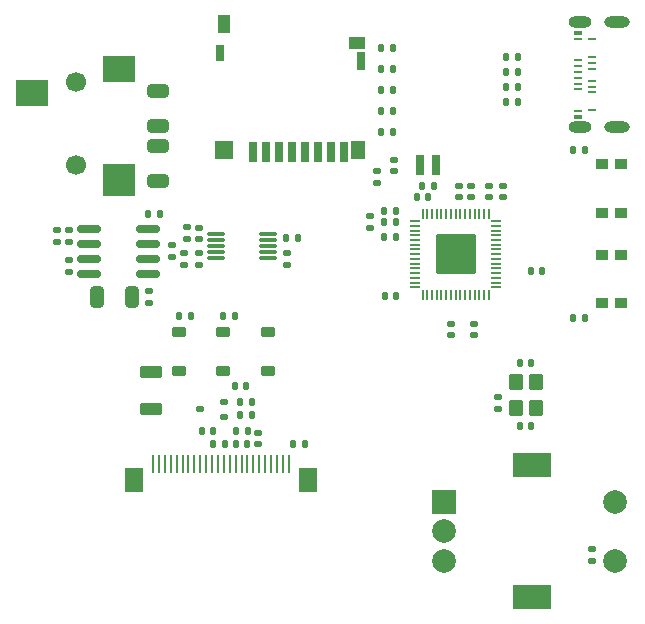
<source format=gbr>
%TF.GenerationSoftware,KiCad,Pcbnew,9.0.6*%
%TF.CreationDate,2025-12-31T21:00:04+02:00*%
%TF.ProjectId,MiPi,4d695069-2e6b-4696-9361-645f70636258,1.0*%
%TF.SameCoordinates,Original*%
%TF.FileFunction,Soldermask,Bot*%
%TF.FilePolarity,Negative*%
%FSLAX46Y46*%
G04 Gerber Fmt 4.6, Leading zero omitted, Abs format (unit mm)*
G04 Created by KiCad (PCBNEW 9.0.6) date 2025-12-31 21:00:04*
%MOMM*%
%LPD*%
G01*
G04 APERTURE LIST*
G04 Aperture macros list*
%AMRoundRect*
0 Rectangle with rounded corners*
0 $1 Rounding radius*
0 $2 $3 $4 $5 $6 $7 $8 $9 X,Y pos of 4 corners*
0 Add a 4 corners polygon primitive as box body*
4,1,4,$2,$3,$4,$5,$6,$7,$8,$9,$2,$3,0*
0 Add four circle primitives for the rounded corners*
1,1,$1+$1,$2,$3*
1,1,$1+$1,$4,$5*
1,1,$1+$1,$6,$7*
1,1,$1+$1,$8,$9*
0 Add four rect primitives between the rounded corners*
20,1,$1+$1,$2,$3,$4,$5,0*
20,1,$1+$1,$4,$5,$6,$7,0*
20,1,$1+$1,$6,$7,$8,$9,0*
20,1,$1+$1,$8,$9,$2,$3,0*%
%AMFreePoly0*
4,1,18,-0.437500,0.050000,-0.433694,0.069134,-0.422855,0.085355,-0.406634,0.096194,-0.387500,0.100000,0.387500,0.100000,0.406634,0.096194,0.422855,0.085355,0.433694,0.069134,0.437500,0.050000,0.437500,-0.050000,0.387500,-0.100000,-0.387500,-0.100000,-0.406634,-0.096194,-0.422855,-0.085355,-0.433694,-0.069134,-0.437500,-0.050000,-0.437500,0.050000,-0.437500,0.050000,$1*%
%AMFreePoly1*
4,1,18,-0.437500,0.050000,-0.433694,0.069134,-0.422855,0.085355,-0.406634,0.096194,-0.387500,0.100000,0.387500,0.100000,0.437500,0.050000,0.437500,-0.050000,0.433694,-0.069134,0.422855,-0.085355,0.406634,-0.096194,0.387500,-0.100000,-0.387500,-0.100000,-0.406634,-0.096194,-0.422855,-0.085355,-0.433694,-0.069134,-0.437500,-0.050000,-0.437500,0.050000,-0.437500,0.050000,$1*%
%AMFreePoly2*
4,1,18,-0.100000,0.387500,-0.096194,0.406634,-0.085355,0.422855,-0.069134,0.433694,-0.050000,0.437500,0.050000,0.437500,0.069134,0.433694,0.085355,0.422855,0.096194,0.406634,0.100000,0.387500,0.100000,-0.387500,0.096194,-0.406634,0.085355,-0.422855,0.069134,-0.433694,0.050000,-0.437500,-0.050000,-0.437500,-0.100000,-0.387500,-0.100000,0.387500,-0.100000,0.387500,$1*%
%AMFreePoly3*
4,1,18,-0.100000,0.387500,-0.096194,0.406634,-0.085355,0.422855,-0.069134,0.433694,-0.050000,0.437500,0.050000,0.437500,0.069134,0.433694,0.085355,0.422855,0.096194,0.406634,0.100000,0.387500,0.100000,-0.387500,0.050000,-0.437500,-0.050000,-0.437500,-0.069134,-0.433694,-0.085355,-0.422855,-0.096194,-0.406634,-0.100000,-0.387500,-0.100000,0.387500,-0.100000,0.387500,$1*%
%AMFreePoly4*
4,1,18,-0.437500,0.050000,-0.387500,0.100000,0.387500,0.100000,0.406634,0.096194,0.422855,0.085355,0.433694,0.069134,0.437500,0.050000,0.437500,-0.050000,0.433694,-0.069134,0.422855,-0.085355,0.406634,-0.096194,0.387500,-0.100000,-0.387500,-0.100000,-0.406634,-0.096194,-0.422855,-0.085355,-0.433694,-0.069134,-0.437500,-0.050000,-0.437500,0.050000,-0.437500,0.050000,$1*%
%AMFreePoly5*
4,1,18,-0.437500,0.050000,-0.433694,0.069134,-0.422855,0.085355,-0.406634,0.096194,-0.387500,0.100000,0.387500,0.100000,0.406634,0.096194,0.422855,0.085355,0.433694,0.069134,0.437500,0.050000,0.437500,-0.050000,0.433694,-0.069134,0.422855,-0.085355,0.406634,-0.096194,0.387500,-0.100000,-0.387500,-0.100000,-0.437500,-0.050000,-0.437500,0.050000,-0.437500,0.050000,$1*%
%AMFreePoly6*
4,1,18,-0.100000,0.387500,-0.096194,0.406634,-0.085355,0.422855,-0.069134,0.433694,-0.050000,0.437500,0.050000,0.437500,0.100000,0.387500,0.100000,-0.387500,0.096194,-0.406634,0.085355,-0.422855,0.069134,-0.433694,0.050000,-0.437500,-0.050000,-0.437500,-0.069134,-0.433694,-0.085355,-0.422855,-0.096194,-0.406634,-0.100000,-0.387500,-0.100000,0.387500,-0.100000,0.387500,$1*%
%AMFreePoly7*
4,1,18,-0.100000,0.387500,-0.050000,0.437500,0.050000,0.437500,0.069134,0.433694,0.085355,0.422855,0.096194,0.406634,0.100000,0.387500,0.100000,-0.387500,0.096194,-0.406634,0.085355,-0.422855,0.069134,-0.433694,0.050000,-0.437500,-0.050000,-0.437500,-0.069134,-0.433694,-0.085355,-0.422855,-0.096194,-0.406634,-0.100000,-0.387500,-0.100000,0.387500,-0.100000,0.387500,$1*%
G04 Aperture macros list end*
%ADD10R,2.000000X2.000000*%
%ADD11C,2.000000*%
%ADD12R,3.200000X2.000000*%
%ADD13RoundRect,0.135000X-0.185000X0.135000X-0.185000X-0.135000X0.185000X-0.135000X0.185000X0.135000X0*%
%ADD14RoundRect,0.140000X0.140000X0.170000X-0.140000X0.170000X-0.140000X-0.170000X0.140000X-0.170000X0*%
%ADD15RoundRect,0.135000X-0.135000X-0.185000X0.135000X-0.185000X0.135000X0.185000X-0.135000X0.185000X0*%
%ADD16FreePoly0,180.000000*%
%ADD17RoundRect,0.050000X0.387500X0.050000X-0.387500X0.050000X-0.387500X-0.050000X0.387500X-0.050000X0*%
%ADD18FreePoly1,180.000000*%
%ADD19FreePoly2,180.000000*%
%ADD20RoundRect,0.050000X0.050000X0.387500X-0.050000X0.387500X-0.050000X-0.387500X0.050000X-0.387500X0*%
%ADD21FreePoly3,180.000000*%
%ADD22FreePoly4,180.000000*%
%ADD23FreePoly5,180.000000*%
%ADD24FreePoly6,180.000000*%
%ADD25FreePoly7,180.000000*%
%ADD26RoundRect,0.153000X1.547000X-1.547000X1.547000X1.547000X-1.547000X1.547000X-1.547000X-1.547000X0*%
%ADD27RoundRect,0.075000X-0.300000X0.075000X-0.300000X-0.075000X0.300000X-0.075000X0.300000X0.075000X0*%
%ADD28RoundRect,0.062500X-0.312500X0.062500X-0.312500X-0.062500X0.312500X-0.062500X0.312500X0.062500X0*%
%ADD29O,2.150000X0.950000*%
%ADD30O,1.950000X0.950000*%
%ADD31RoundRect,0.140000X-0.170000X0.140000X-0.170000X-0.140000X0.170000X-0.140000X0.170000X0.140000X0*%
%ADD32RoundRect,0.140000X-0.140000X-0.170000X0.140000X-0.170000X0.140000X0.170000X-0.140000X0.170000X0*%
%ADD33RoundRect,0.135000X0.135000X0.185000X-0.135000X0.185000X-0.135000X-0.185000X0.135000X-0.185000X0*%
%ADD34RoundRect,0.250000X-0.650000X0.325000X-0.650000X-0.325000X0.650000X-0.325000X0.650000X0.325000X0*%
%ADD35R,0.700000X1.700000*%
%ADD36RoundRect,0.250000X0.650000X-0.325000X0.650000X0.325000X-0.650000X0.325000X-0.650000X-0.325000X0*%
%ADD37RoundRect,0.140000X0.170000X-0.140000X0.170000X0.140000X-0.170000X0.140000X-0.170000X-0.140000X0*%
%ADD38RoundRect,0.135000X0.185000X-0.135000X0.185000X0.135000X-0.185000X0.135000X-0.185000X-0.135000X0*%
%ADD39RoundRect,0.075000X0.650000X0.075000X-0.650000X0.075000X-0.650000X-0.075000X0.650000X-0.075000X0*%
%ADD40RoundRect,0.225000X-0.375000X0.225000X-0.375000X-0.225000X0.375000X-0.225000X0.375000X0.225000X0*%
%ADD41RoundRect,0.112500X-0.237500X0.112500X-0.237500X-0.112500X0.237500X-0.112500X0.237500X0.112500X0*%
%ADD42R,1.000000X0.900000*%
%ADD43RoundRect,0.150000X-0.825000X-0.150000X0.825000X-0.150000X0.825000X0.150000X-0.825000X0.150000X0*%
%ADD44RoundRect,0.225000X0.375000X-0.225000X0.375000X0.225000X-0.375000X0.225000X-0.375000X-0.225000X0*%
%ADD45RoundRect,0.250000X-0.350000X0.450000X-0.350000X-0.450000X0.350000X-0.450000X0.350000X0.450000X0*%
%ADD46RoundRect,0.250000X0.325000X0.650000X-0.325000X0.650000X-0.325000X-0.650000X0.325000X-0.650000X0*%
%ADD47C,1.700000*%
%ADD48R,2.800000X2.200000*%
%ADD49R,2.800000X2.800000*%
%ADD50R,1.500000X2.000000*%
%ADD51R,0.250000X1.600000*%
%ADD52R,0.700000X1.750000*%
%ADD53R,1.450000X1.000000*%
%ADD54R,1.000000X1.550000*%
%ADD55R,0.800000X1.500000*%
%ADD56R,1.300000X1.500000*%
%ADD57R,1.500000X1.500000*%
%ADD58R,0.800000X1.400000*%
%ADD59RoundRect,0.250000X0.700000X-0.275000X0.700000X0.275000X-0.700000X0.275000X-0.700000X-0.275000X0*%
G04 APERTURE END LIST*
D10*
%TO.C,SW3*%
X111650000Y-99400000D03*
D11*
X111650000Y-104400000D03*
X111650000Y-101900000D03*
D12*
X119150000Y-96300000D03*
X119150000Y-107500000D03*
D11*
X126150000Y-104400000D03*
X126150000Y-99400000D03*
%TD*%
D13*
%TO.C,R3*%
X116262500Y-90500000D03*
X116262500Y-91520000D03*
%TD*%
D14*
%TO.C,C13*%
X107592500Y-76950000D03*
X106632500Y-76950000D03*
%TD*%
%TO.C,C29*%
X99290000Y-77100000D03*
X98330000Y-77100000D03*
%TD*%
D15*
%TO.C,R8*%
X94450000Y-92095000D03*
X95470000Y-92095000D03*
%TD*%
D16*
%TO.C,U1*%
X116112500Y-75650000D03*
D17*
X116112500Y-76050000D03*
X116112500Y-76450000D03*
X116112500Y-76850000D03*
X116112500Y-77250000D03*
X116112500Y-77650000D03*
X116112500Y-78050000D03*
X116112500Y-78450000D03*
X116112500Y-78850000D03*
X116112500Y-79250000D03*
X116112500Y-79650000D03*
X116112500Y-80050000D03*
X116112500Y-80450000D03*
X116112500Y-80850000D03*
D18*
X116112500Y-81250000D03*
D19*
X115475000Y-81887500D03*
D20*
X115075000Y-81887500D03*
X114675000Y-81887500D03*
X114275000Y-81887500D03*
X113875000Y-81887500D03*
X113475000Y-81887500D03*
X113075000Y-81887500D03*
X112675000Y-81887500D03*
X112275000Y-81887500D03*
X111875000Y-81887500D03*
X111475000Y-81887500D03*
X111075000Y-81887500D03*
X110675000Y-81887500D03*
X110275000Y-81887500D03*
D21*
X109875000Y-81887500D03*
D22*
X109237500Y-81250000D03*
D17*
X109237500Y-80850000D03*
X109237500Y-80450000D03*
X109237500Y-80050000D03*
X109237500Y-79650000D03*
X109237500Y-79250000D03*
X109237500Y-78850000D03*
X109237500Y-78450000D03*
X109237500Y-78050000D03*
X109237500Y-77650000D03*
X109237500Y-77250000D03*
X109237500Y-76850000D03*
X109237500Y-76450000D03*
X109237500Y-76050000D03*
D23*
X109237500Y-75650000D03*
D24*
X109875000Y-75012500D03*
D20*
X110275000Y-75012500D03*
X110675000Y-75012500D03*
X111075000Y-75012500D03*
X111475000Y-75012500D03*
X111875000Y-75012500D03*
X112275000Y-75012500D03*
X112675000Y-75012500D03*
X113075000Y-75012500D03*
X113475000Y-75012500D03*
X113875000Y-75012500D03*
X114275000Y-75012500D03*
X114675000Y-75012500D03*
X115075000Y-75012500D03*
D25*
X115475000Y-75012500D03*
D26*
X112675000Y-78450000D03*
%TD*%
D27*
%TO.C,J3*%
X123000000Y-59700000D03*
D28*
X123000000Y-60200000D03*
D27*
X123000000Y-66800000D03*
D28*
X123000000Y-62000000D03*
X123000000Y-62500000D03*
X123000000Y-63000000D03*
X123000000Y-63500000D03*
X123000000Y-64000000D03*
X123000000Y-64500000D03*
X123000000Y-66300000D03*
X124250000Y-66250000D03*
X124250000Y-64750000D03*
X124250000Y-64250000D03*
X124250000Y-63750000D03*
X124250000Y-62750000D03*
X124250000Y-62250000D03*
X124250000Y-61750000D03*
X124250000Y-60250000D03*
D29*
X126375000Y-58800000D03*
D30*
X123175000Y-58800000D03*
D29*
X126375000Y-67700000D03*
D30*
X123175000Y-67700000D03*
%TD*%
D13*
%TO.C,R24*%
X79950000Y-78940000D03*
X79950000Y-79960000D03*
%TD*%
D31*
%TO.C,C34*%
X86675000Y-81595000D03*
X86675000Y-82555000D03*
%TD*%
D15*
%TO.C,R12*%
X106330000Y-66325000D03*
X107350000Y-66325000D03*
%TD*%
%TO.C,R10*%
X106330000Y-62775000D03*
X107350000Y-62775000D03*
%TD*%
D14*
%TO.C,C28*%
X94960000Y-89595000D03*
X94000000Y-89595000D03*
%TD*%
D32*
%TO.C,C19*%
X91170000Y-93445000D03*
X92130000Y-93445000D03*
%TD*%
D33*
%TO.C,R28*%
X117960000Y-61750000D03*
X116940000Y-61750000D03*
%TD*%
D34*
%TO.C,C36*%
X87450000Y-69275000D03*
X87450000Y-72225000D03*
%TD*%
D35*
%TO.C,L1*%
X111022500Y-70887500D03*
X109622500Y-70887500D03*
%TD*%
D15*
%TO.C,R13*%
X106330000Y-68075000D03*
X107350000Y-68075000D03*
%TD*%
D36*
%TO.C,C37*%
X87450000Y-67575000D03*
X87450000Y-64625000D03*
%TD*%
D37*
%TO.C,C14*%
X107450000Y-71430000D03*
X107450000Y-70470000D03*
%TD*%
D38*
%TO.C,R22*%
X89949000Y-77187824D03*
X89949000Y-76167824D03*
%TD*%
D32*
%TO.C,C20*%
X94090000Y-94495000D03*
X95050000Y-94495000D03*
%TD*%
D15*
%TO.C,R7*%
X94450000Y-90955000D03*
X95470000Y-90955000D03*
%TD*%
D31*
%TO.C,C12*%
X112312500Y-84350000D03*
X112312500Y-85310000D03*
%TD*%
D15*
%TO.C,R6*%
X116930000Y-64300000D03*
X117950000Y-64300000D03*
%TD*%
D38*
%TO.C,R21*%
X124200000Y-104400000D03*
X124200000Y-103380000D03*
%TD*%
D37*
%TO.C,C33*%
X78925000Y-77385000D03*
X78925000Y-76425000D03*
%TD*%
D39*
%TO.C,U4*%
X96825000Y-76755000D03*
X96825000Y-77255000D03*
X96825000Y-77755000D03*
X96825000Y-78255000D03*
X96825000Y-78755000D03*
X92425000Y-78755000D03*
X92425000Y-78255000D03*
X92425000Y-77755000D03*
X92425000Y-77255000D03*
X92425000Y-76755000D03*
%TD*%
D14*
%TO.C,C15*%
X110822500Y-72637500D03*
X109862500Y-72637500D03*
%TD*%
D15*
%TO.C,R2*%
X122590000Y-69600000D03*
X123610000Y-69600000D03*
%TD*%
D14*
%TO.C,C1*%
X107592500Y-74750000D03*
X106632500Y-74750000D03*
%TD*%
D13*
%TO.C,R25*%
X88700000Y-77690000D03*
X88700000Y-78710000D03*
%TD*%
D33*
%TO.C,R26*%
X87645000Y-75005000D03*
X86625000Y-75005000D03*
%TD*%
D14*
%TO.C,C6*%
X107642500Y-81950000D03*
X106682500Y-81950000D03*
%TD*%
D40*
%TO.C,D1*%
X89250000Y-85070000D03*
X89250000Y-88370000D03*
%TD*%
D38*
%TO.C,R23*%
X89690000Y-79390000D03*
X89690000Y-78370000D03*
%TD*%
D41*
%TO.C,Q1*%
X93050000Y-90945000D03*
X93050000Y-92245000D03*
X91050000Y-91595000D03*
%TD*%
D14*
%TO.C,C22*%
X95060000Y-93395000D03*
X94100000Y-93395000D03*
%TD*%
D42*
%TO.C,SW2*%
X125050000Y-78500000D03*
X125050000Y-82600000D03*
X126650000Y-78500000D03*
X126650000Y-82600000D03*
%TD*%
D32*
%TO.C,C24*%
X93000000Y-83670000D03*
X93960000Y-83670000D03*
%TD*%
%TO.C,C25*%
X98940000Y-94500000D03*
X99900000Y-94500000D03*
%TD*%
D43*
%TO.C,U5*%
X81675000Y-80105000D03*
X81675000Y-78835000D03*
X81675000Y-77565000D03*
X81675000Y-76295000D03*
X86625000Y-76295000D03*
X86625000Y-77565000D03*
X86625000Y-78835000D03*
X86625000Y-80105000D03*
%TD*%
D37*
%TO.C,C7*%
X112962500Y-73630000D03*
X112962500Y-72670000D03*
%TD*%
D15*
%TO.C,R5*%
X116930000Y-63000000D03*
X117950000Y-63000000D03*
%TD*%
D32*
%TO.C,C18*%
X118112500Y-93000000D03*
X119072500Y-93000000D03*
%TD*%
D37*
%TO.C,C31*%
X90949000Y-77157824D03*
X90949000Y-76197824D03*
%TD*%
D31*
%TO.C,C4*%
X114262500Y-84350000D03*
X114262500Y-85310000D03*
%TD*%
D37*
%TO.C,C9*%
X113962500Y-73630000D03*
X113962500Y-72670000D03*
%TD*%
D40*
%TO.C,D2*%
X96800000Y-85020000D03*
X96800000Y-88320000D03*
%TD*%
D37*
%TO.C,C8*%
X116712500Y-73630000D03*
X116712500Y-72670000D03*
%TD*%
D44*
%TO.C,D3*%
X93000000Y-88320000D03*
X93000000Y-85020000D03*
%TD*%
D32*
%TO.C,C5*%
X119032500Y-79850000D03*
X119992500Y-79850000D03*
%TD*%
%TO.C,C26*%
X89270000Y-83670000D03*
X90230000Y-83670000D03*
%TD*%
D31*
%TO.C,C32*%
X90949000Y-78387824D03*
X90949000Y-79347824D03*
%TD*%
D15*
%TO.C,R9*%
X106330000Y-61015000D03*
X107350000Y-61015000D03*
%TD*%
D45*
%TO.C,Y1*%
X119462500Y-89250000D03*
X119462500Y-91450000D03*
X117762500Y-91450000D03*
X117762500Y-89250000D03*
%TD*%
D38*
%TO.C,R1*%
X106000000Y-72460000D03*
X106000000Y-71440000D03*
%TD*%
D46*
%TO.C,C35*%
X85300000Y-82105000D03*
X82350000Y-82105000D03*
%TD*%
D33*
%TO.C,R29*%
X117960000Y-65550000D03*
X116940000Y-65550000D03*
%TD*%
D47*
%TO.C,J2*%
X80500000Y-70900000D03*
X80500000Y-63900000D03*
D48*
X76800000Y-64800000D03*
X84200000Y-62800000D03*
D49*
X84200000Y-72200000D03*
%TD*%
D42*
%TO.C,SW1*%
X125050000Y-70850000D03*
X125050000Y-74950000D03*
X126650000Y-70850000D03*
X126650000Y-74950000D03*
%TD*%
D50*
%TO.C,U2*%
X100150000Y-97545000D03*
X85450000Y-97545000D03*
D51*
X87050000Y-96245000D03*
X87550000Y-96245000D03*
X88050000Y-96245000D03*
X88550000Y-96245000D03*
X89050000Y-96245000D03*
X89550000Y-96245000D03*
X90050000Y-96245000D03*
X90550000Y-96245000D03*
X91050000Y-96245000D03*
X91550000Y-96245000D03*
X92050000Y-96245000D03*
X92550000Y-96245000D03*
X93050000Y-96245000D03*
X93550000Y-96245000D03*
X94050000Y-96245000D03*
X94550000Y-96245000D03*
X95050000Y-96245000D03*
X95550000Y-96245000D03*
X96050000Y-96245000D03*
X96550000Y-96245000D03*
X97050000Y-96245000D03*
X97550000Y-96245000D03*
X98050000Y-96245000D03*
X98550000Y-96245000D03*
%TD*%
D14*
%TO.C,C16*%
X110360000Y-73637500D03*
X109400000Y-73637500D03*
%TD*%
%TO.C,C27*%
X93130000Y-94495000D03*
X92170000Y-94495000D03*
%TD*%
D38*
%TO.C,R27*%
X79950000Y-77410000D03*
X79950000Y-76390000D03*
%TD*%
D14*
%TO.C,C2*%
X107592500Y-75750000D03*
X106632500Y-75750000D03*
%TD*%
%TO.C,C17*%
X119062500Y-87650000D03*
X118102500Y-87650000D03*
%TD*%
D52*
%TO.C,J1*%
X95500000Y-69775000D03*
X96600000Y-69775000D03*
X97700000Y-69775000D03*
X98800000Y-69775000D03*
X99900000Y-69775000D03*
X101000000Y-69775000D03*
X102100000Y-69775000D03*
X103200000Y-69775000D03*
D53*
X104325000Y-60550000D03*
D54*
X93100000Y-58975000D03*
D55*
X104650000Y-62050000D03*
D56*
X104400000Y-69650000D03*
D57*
X93050000Y-69650000D03*
D58*
X92700000Y-61400000D03*
%TD*%
D37*
%TO.C,C3*%
X105430000Y-76210000D03*
X105430000Y-75250000D03*
%TD*%
%TO.C,C10*%
X115512500Y-73630000D03*
X115512500Y-72670000D03*
%TD*%
D15*
%TO.C,R4*%
X122580000Y-83850000D03*
X123600000Y-83850000D03*
%TD*%
D59*
%TO.C,L2*%
X86850000Y-91545000D03*
X86850000Y-88395000D03*
%TD*%
D37*
%TO.C,C30*%
X98380000Y-79340000D03*
X98380000Y-78380000D03*
%TD*%
%TO.C,C21*%
X95950000Y-94525000D03*
X95950000Y-93565000D03*
%TD*%
D15*
%TO.C,R11*%
X106330000Y-64575000D03*
X107350000Y-64575000D03*
%TD*%
M02*

</source>
